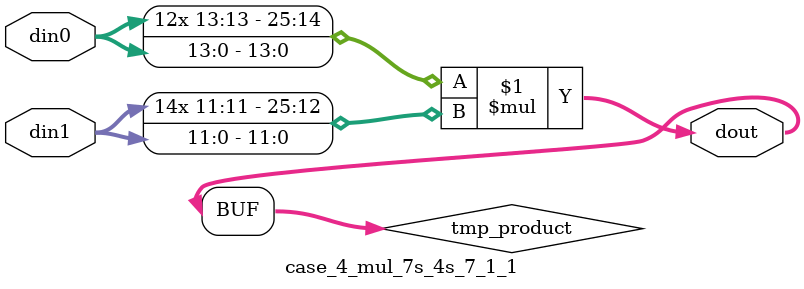
<source format=v>

`timescale 1 ns / 1 ps

 module case_4_mul_7s_4s_7_1_1(din0, din1, dout);
parameter ID = 1;
parameter NUM_STAGE = 0;
parameter din0_WIDTH = 14;
parameter din1_WIDTH = 12;
parameter dout_WIDTH = 26;

input [din0_WIDTH - 1 : 0] din0; 
input [din1_WIDTH - 1 : 0] din1; 
output [dout_WIDTH - 1 : 0] dout;

wire signed [dout_WIDTH - 1 : 0] tmp_product;



























assign tmp_product = $signed(din0) * $signed(din1);








assign dout = tmp_product;





















endmodule

</source>
